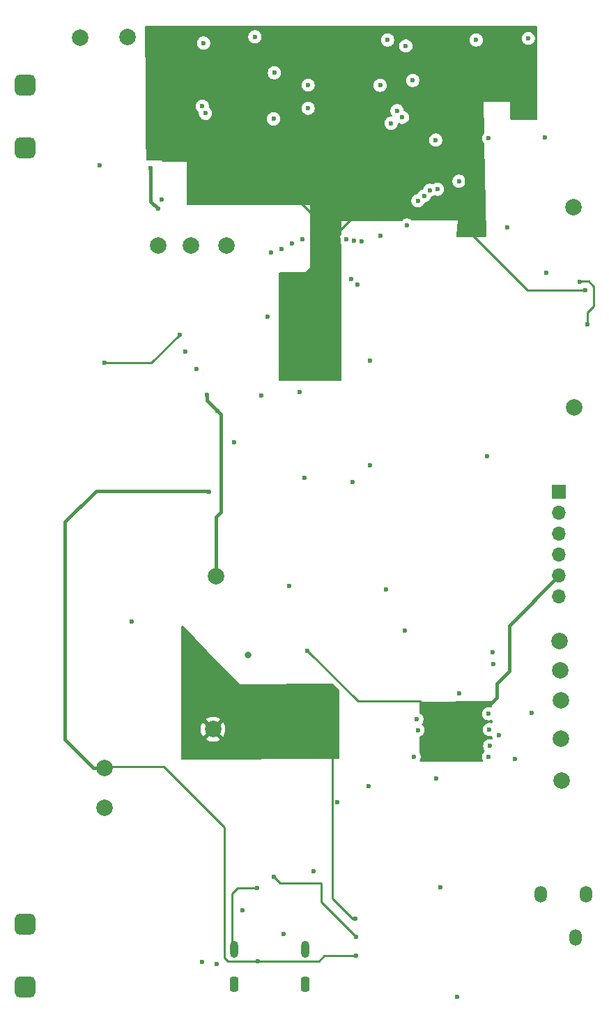
<source format=gbr>
%TF.GenerationSoftware,KiCad,Pcbnew,9.0.0*%
%TF.CreationDate,2025-04-11T15:06:13-04:00*%
%TF.ProjectId,Radiation3,52616469-6174-4696-9f6e-332e6b696361,rev?*%
%TF.SameCoordinates,Original*%
%TF.FileFunction,Copper,L3,Inr*%
%TF.FilePolarity,Positive*%
%FSLAX46Y46*%
G04 Gerber Fmt 4.6, Leading zero omitted, Abs format (unit mm)*
G04 Created by KiCad (PCBNEW 9.0.0) date 2025-04-11 15:06:13*
%MOMM*%
%LPD*%
G01*
G04 APERTURE LIST*
G04 Aperture macros list*
%AMRoundRect*
0 Rectangle with rounded corners*
0 $1 Rounding radius*
0 $2 $3 $4 $5 $6 $7 $8 $9 X,Y pos of 4 corners*
0 Add a 4 corners polygon primitive as box body*
4,1,4,$2,$3,$4,$5,$6,$7,$8,$9,$2,$3,0*
0 Add four circle primitives for the rounded corners*
1,1,$1+$1,$2,$3*
1,1,$1+$1,$4,$5*
1,1,$1+$1,$6,$7*
1,1,$1+$1,$8,$9*
0 Add four rect primitives between the rounded corners*
20,1,$1+$1,$2,$3,$4,$5,0*
20,1,$1+$1,$4,$5,$6,$7,0*
20,1,$1+$1,$6,$7,$8,$9,0*
20,1,$1+$1,$8,$9,$2,$3,0*%
G04 Aperture macros list end*
%TA.AperFunction,ComponentPad*%
%ADD10C,2.000000*%
%TD*%
%TA.AperFunction,ComponentPad*%
%ADD11RoundRect,0.635000X-0.635000X-0.635000X0.635000X-0.635000X0.635000X0.635000X-0.635000X0.635000X0*%
%TD*%
%TA.AperFunction,ComponentPad*%
%ADD12RoundRect,0.635000X0.635000X0.635000X-0.635000X0.635000X-0.635000X-0.635000X0.635000X-0.635000X0*%
%TD*%
%TA.AperFunction,ComponentPad*%
%ADD13O,1.498600X2.006600*%
%TD*%
%TA.AperFunction,ComponentPad*%
%ADD14O,1.000000X2.100000*%
%TD*%
%TA.AperFunction,ComponentPad*%
%ADD15RoundRect,0.250000X-0.250000X-0.650000X0.250000X-0.650000X0.250000X0.650000X-0.250000X0.650000X0*%
%TD*%
%TA.AperFunction,ComponentPad*%
%ADD16R,1.700000X1.700000*%
%TD*%
%TA.AperFunction,ComponentPad*%
%ADD17O,1.700000X1.700000*%
%TD*%
%TA.AperFunction,ViaPad*%
%ADD18C,0.600000*%
%TD*%
%TA.AperFunction,ViaPad*%
%ADD19C,0.700000*%
%TD*%
%TA.AperFunction,ViaPad*%
%ADD20C,0.800000*%
%TD*%
%TA.AperFunction,Conductor*%
%ADD21C,0.254000*%
%TD*%
%TA.AperFunction,Conductor*%
%ADD22C,0.400000*%
%TD*%
%TA.AperFunction,Conductor*%
%ADD23C,0.600000*%
%TD*%
G04 APERTURE END LIST*
D10*
%TO.N,/Audio3/OUTL*%
%TO.C,OUTL1*%
X105925000Y-159450000D03*
%TD*%
%TO.N,GND*%
%TO.C,GND1*%
X50400000Y-162675000D03*
%TD*%
%TO.N,+5V*%
%TO.C,5V1*%
X63550000Y-153175000D03*
%TD*%
D11*
%TO.N,/Power3/ANODE*%
%TO.C,F1*%
X40700000Y-184477500D03*
X40700000Y-176857500D03*
D12*
%TO.N,/Power3/CATHODE*%
X40695000Y-82582500D03*
X40695000Y-74962500D03*
%TD*%
D10*
%TO.N,/I2S_LRCK*%
%TO.C,LRCK1*%
X105700000Y-146075000D03*
%TD*%
%TO.N,Net-(Q1-D)*%
%TO.C,DRAIN1*%
X65150000Y-94500000D03*
%TD*%
D13*
%TO.N,AGND*%
%TO.C,J2*%
X107600000Y-178490435D03*
%TO.N,/Audio3/OUTL*%
X103349818Y-173190433D03*
%TO.N,/Audio3/OUTR*%
X108849817Y-173190433D03*
%TD*%
D10*
%TO.N,VBUS*%
%TO.C,VBUS1*%
X50400000Y-157850000D03*
%TD*%
%TO.N,/Audio3/OUTR*%
%TO.C,OUTR1*%
X105825000Y-154350000D03*
%TD*%
%TO.N,/Power3/CATHODE*%
%TO.C,HIV-1*%
X47425000Y-69250000D03*
%TD*%
%TO.N,/I2S_DOUT*%
%TO.C,DOUT1*%
X105650000Y-142500000D03*
%TD*%
%TO.N,GND*%
%TO.C,GND3*%
X107450000Y-114125000D03*
%TD*%
%TO.N,/I2S_BCK*%
%TO.C,BCK1*%
X105800000Y-149675000D03*
%TD*%
%TO.N,Net-(D1-A)*%
%TO.C,STG1*%
X60900000Y-94500000D03*
%TD*%
%TO.N,+3.3V*%
%TO.C,+3.3V1*%
X63900000Y-134625000D03*
%TD*%
D14*
%TO.N,/MCU3/SHELL_GND*%
%TO.C,J1*%
X66080000Y-179920000D03*
X74720000Y-179920000D03*
D15*
X66080000Y-184100000D03*
X74720000Y-184100000D03*
%TD*%
D10*
%TO.N,Net-(Q1-G)*%
%TO.C,PWM1*%
X53175000Y-69150000D03*
%TD*%
%TO.N,GND*%
%TO.C,GND2*%
X107300000Y-89800000D03*
%TD*%
D16*
%TO.N,/CS*%
%TO.C,J4*%
X105600000Y-124380000D03*
D17*
%TO.N,/MOSI*%
X105600000Y-126920000D03*
%TO.N,/MISO*%
X105600000Y-129460000D03*
%TO.N,/SCK*%
X105600000Y-132000000D03*
%TO.N,+3.3V*%
X105600000Y-134540000D03*
%TO.N,GND*%
X105600000Y-137080000D03*
%TD*%
D10*
%TO.N,Net-(D1-K)*%
%TO.C,HIV+1*%
X56900000Y-94500000D03*
%TD*%
D18*
%TO.N,Net-(U5-VNEG)*%
X90675000Y-159200000D03*
X88425000Y-153275000D03*
%TO.N,/EN*%
X86975000Y-70250000D03*
X68637500Y-69137500D03*
%TO.N,+5V*%
X76362500Y-149337500D03*
X61725000Y-145475000D03*
%TO.N,/GPIO0*%
X93425000Y-86650000D03*
X87125000Y-92000000D03*
%TO.N,/CS*%
X96825000Y-120000000D03*
%TO.N,/BLINK*%
X80525000Y-123175000D03*
X82600000Y-121175000D03*
X90800000Y-87625000D03*
X90600000Y-81675000D03*
%TO.N,/GPIO42*%
X83850000Y-75030000D03*
%TO.N,/GPIO38*%
X85175000Y-79625000D03*
X88450000Y-89025000D03*
%TO.N,+3.3V*%
X62800000Y-112625000D03*
X64075000Y-114550000D03*
%TO.N,GND*%
X66150000Y-118325000D03*
%TO.N,/GPIO39*%
X89200000Y-88450000D03*
X86550000Y-78900000D03*
%TO.N,/GPIO40*%
X85900000Y-78100000D03*
X89875000Y-87750000D03*
%TO.N,/GPIO16*%
X82625000Y-108425000D03*
X81125000Y-99250000D03*
X79700000Y-93725000D03*
D19*
%TO.N,+3.3V*%
X73300000Y-99475000D03*
D18*
%TO.N,/RAD_IN2*%
X81600000Y-93975000D03*
%TO.N,/GPIO42*%
X83850000Y-93250000D03*
%TO.N,/GPIO16*%
X62625000Y-78425000D03*
%TO.N,/RAD_IN2*%
X62250000Y-77575000D03*
%TO.N,+3.3V*%
X95300000Y-76675000D03*
X101400000Y-78550000D03*
%TO.N,/MUTE*%
X97550000Y-143800000D03*
%TO.N,+3.3V*%
X92625000Y-155225000D03*
X97100000Y-150250000D03*
X75025000Y-143675000D03*
X89000000Y-150125000D03*
%TO.N,/Audio3/OUTL*%
X93425000Y-148825000D03*
%TO.N,/I2S_DOUT*%
X100225000Y-156825000D03*
%TO.N,/I2S_BCK*%
X97162500Y-155212500D03*
%TO.N,/I2S_LRCK*%
X98250000Y-153900000D03*
%TO.N,/CS*%
X82450000Y-160075000D03*
X78675000Y-162075000D03*
%TO.N,AGND*%
X87975000Y-156525000D03*
X88325000Y-151975000D03*
X97025000Y-156525000D03*
X97125000Y-153225000D03*
X102250000Y-151225000D03*
X97050000Y-151300000D03*
X97637500Y-145237500D03*
%TO.N,GND*%
X84525000Y-136250000D03*
%TO.N,AGND*%
X86875000Y-141175000D03*
%TO.N,+5V*%
X74800000Y-150900000D03*
%TO.N,+3.3V*%
X70975000Y-171075000D03*
%TO.N,VBUS*%
X69000000Y-181300000D03*
X80900000Y-180700000D03*
%TO.N,+3.3V*%
X80925000Y-178400000D03*
%TO.N,+5V*%
X80875000Y-176200000D03*
%TO.N,Net-(J1-CC2)*%
X64000000Y-181675000D03*
X72150000Y-178075000D03*
%TO.N,GND*%
X62187500Y-181387500D03*
D20*
X67800000Y-144175000D03*
D18*
X74650000Y-122675000D03*
X93200000Y-185700000D03*
X91200000Y-172325000D03*
X101850000Y-69325000D03*
X75100000Y-77800000D03*
X61575000Y-109450000D03*
X49775000Y-84750000D03*
X72773100Y-135776900D03*
X70900000Y-79100000D03*
X75100000Y-75000000D03*
X103850000Y-81350000D03*
X75800000Y-170450000D03*
X84750000Y-69525000D03*
X69375000Y-112700000D03*
X62400000Y-69900000D03*
X97050000Y-81475000D03*
X57325000Y-88875000D03*
X67087500Y-175150000D03*
X71000000Y-73500000D03*
X80650000Y-93850000D03*
X104075000Y-97750000D03*
X99262500Y-92287500D03*
X70200000Y-103100000D03*
X95525000Y-69525000D03*
%TO.N,Net-(Q1-D)*%
X53700000Y-140075000D03*
%TO.N,/MCU3/SHELL_GND*%
X68912500Y-172462500D03*
%TO.N,Net-(Q1-G)*%
X87800000Y-74425000D03*
%TO.N,/MOSI*%
X71895000Y-94900000D03*
%TO.N,/MUTE*%
X80300000Y-98525000D03*
%TO.N,Net-(C3-Pad2)*%
X50350000Y-108700000D03*
X59475000Y-105275000D03*
%TO.N,/MISO*%
X74435000Y-93675000D03*
%TO.N,/CS*%
X70625000Y-95300000D03*
%TO.N,/SCK*%
X109025000Y-104050000D03*
X73165000Y-94200000D03*
X108085000Y-98840000D03*
%TO.N,+3.3V*%
X56800000Y-83500000D03*
X94300000Y-92300000D03*
X62700000Y-71000000D03*
X108775000Y-99925000D03*
D19*
X78700000Y-93675000D03*
D18*
%TO.N,VBUS*%
X63066400Y-124333600D03*
X55950000Y-85050000D03*
X56850000Y-90025000D03*
%TO.N,/RAD_IN*%
X60175000Y-107300000D03*
X74100000Y-112225000D03*
%TD*%
D21*
%TO.N,+3.3V*%
X94225000Y-92025000D02*
X94225000Y-90900000D01*
X78700000Y-93675000D02*
X78700000Y-92875000D01*
X78700000Y-92875000D02*
X80675000Y-90900000D01*
X80675000Y-90900000D02*
X94225000Y-90900000D01*
D22*
X62800000Y-112625000D02*
X62800000Y-113250000D01*
X62800000Y-113250000D02*
X64075000Y-114525000D01*
X64075000Y-114525000D02*
X64075000Y-114550000D01*
X63900000Y-134625000D02*
X63900000Y-127400000D01*
X63900000Y-127400000D02*
X64475000Y-126825000D01*
X64475000Y-126825000D02*
X64475000Y-114950000D01*
X64475000Y-114950000D02*
X64075000Y-114550000D01*
%TO.N,VBUS*%
X49025000Y-157850000D02*
X45575000Y-154400000D01*
X45575000Y-128025000D02*
X49325000Y-124275000D01*
X45575000Y-154400000D02*
X45575000Y-128025000D01*
X50400000Y-157850000D02*
X49025000Y-157850000D01*
X49325000Y-124275000D02*
X63007800Y-124275000D01*
X63007800Y-124275000D02*
X63066400Y-124333600D01*
D21*
%TO.N,+3.3V*%
X78700000Y-93675000D02*
X78625000Y-93675000D01*
X78625000Y-93675000D02*
X73375000Y-88425000D01*
X73375000Y-88425000D02*
X64875000Y-88425000D01*
X64875000Y-88425000D02*
X60600000Y-84150000D01*
X60600000Y-84150000D02*
X57450000Y-84150000D01*
X57450000Y-84150000D02*
X56800000Y-83500000D01*
D23*
X78700000Y-93675000D02*
X78700000Y-94075000D01*
X78700000Y-94075000D02*
X73300000Y-99475000D01*
D21*
X94300000Y-92300000D02*
X94300000Y-92100000D01*
X94300000Y-92300000D02*
X94300000Y-92450000D01*
X94225000Y-90900000D02*
X94225000Y-77750000D01*
X94225000Y-77750000D02*
X95300000Y-76675000D01*
X94300000Y-92100000D02*
X94225000Y-92025000D01*
X94300000Y-92450000D02*
X101775000Y-99925000D01*
X101775000Y-99925000D02*
X108775000Y-99925000D01*
X95300000Y-76675000D02*
X99525000Y-76675000D01*
X99525000Y-76675000D02*
X101400000Y-78550000D01*
D22*
X105600000Y-134540000D02*
X99550000Y-140590000D01*
X99550000Y-146100000D02*
X98025000Y-147625000D01*
X99550000Y-140590000D02*
X99550000Y-146100000D01*
X98025000Y-147625000D02*
X98025000Y-149325000D01*
X98025000Y-149325000D02*
X97100000Y-150250000D01*
D21*
X89000000Y-150125000D02*
X88675000Y-149800000D01*
X81150000Y-149800000D02*
X75025000Y-143675000D01*
X88675000Y-149800000D02*
X81150000Y-149800000D01*
%TO.N,+5V*%
X78025000Y-154125000D02*
X78025000Y-173725000D01*
X80500000Y-176200000D02*
X80875000Y-176200000D01*
X74800000Y-150900000D02*
X78025000Y-154125000D01*
X78025000Y-173725000D02*
X80500000Y-176200000D01*
%TO.N,+3.3V*%
X71725000Y-171825000D02*
X70975000Y-171075000D01*
X76675000Y-171825000D02*
X71725000Y-171825000D01*
X80925000Y-178400000D02*
X76675000Y-174150000D01*
X76675000Y-174150000D02*
X76675000Y-171825000D01*
%TO.N,VBUS*%
X69000000Y-181300000D02*
X76425000Y-181300000D01*
X76425000Y-181300000D02*
X77025000Y-180700000D01*
X77025000Y-180700000D02*
X80900000Y-180700000D01*
X57550000Y-157700000D02*
X50550000Y-157700000D01*
X69000000Y-181300000D02*
X65325000Y-181300000D01*
X65325000Y-181300000D02*
X64925000Y-180900000D01*
X50550000Y-157700000D02*
X50400000Y-157850000D01*
X64925000Y-180900000D02*
X64925000Y-165075000D01*
X64925000Y-165075000D02*
X57550000Y-157700000D01*
%TO.N,/MCU3/SHELL_GND*%
X65825000Y-173137500D02*
X66500000Y-172462500D01*
X66500000Y-172462500D02*
X68912500Y-172462500D01*
X65825000Y-179665000D02*
X65825000Y-173137500D01*
X66080000Y-179920000D02*
X65825000Y-179665000D01*
%TO.N,Net-(C3-Pad2)*%
X50350000Y-108700000D02*
X56050000Y-108700000D01*
X56050000Y-108700000D02*
X59475000Y-105275000D01*
%TO.N,/SCK*%
X109025000Y-102600000D02*
X109025000Y-104050000D01*
X108100000Y-98825000D02*
X109175000Y-98825000D01*
X109825000Y-99475000D02*
X109825000Y-101800000D01*
X109175000Y-98825000D02*
X109825000Y-99475000D01*
X109825000Y-101800000D02*
X109025000Y-102600000D01*
X108085000Y-98840000D02*
X108100000Y-98825000D01*
%TO.N,+3.3V*%
X60900000Y-72800000D02*
X60900000Y-77800000D01*
X62700000Y-71000000D02*
X60900000Y-72800000D01*
X56800000Y-81900000D02*
X56800000Y-83500000D01*
X60900000Y-77800000D02*
X56800000Y-81900000D01*
D22*
%TO.N,VBUS*%
X55950000Y-89125000D02*
X56850000Y-90025000D01*
X55950000Y-85050000D02*
X55950000Y-89125000D01*
%TD*%
%TA.AperFunction,Conductor*%
%TO.N,+3.3V*%
G36*
X102868039Y-67820185D02*
G01*
X102913794Y-67872989D01*
X102925000Y-67924500D01*
X102925000Y-79077893D01*
X102905315Y-79144932D01*
X102852511Y-79190687D01*
X102802907Y-79201878D01*
X99798205Y-79248104D01*
X99730871Y-79229453D01*
X99684309Y-79177359D01*
X99672327Y-79126808D01*
X99672064Y-79114707D01*
X99627273Y-77050000D01*
X96385737Y-77050000D01*
X96476360Y-80862217D01*
X96458274Y-80929705D01*
X96440079Y-80952843D01*
X96428208Y-80964714D01*
X96340609Y-81095814D01*
X96340602Y-81095827D01*
X96280264Y-81241498D01*
X96280261Y-81241510D01*
X96249500Y-81396153D01*
X96249500Y-81553846D01*
X96280261Y-81708489D01*
X96280264Y-81708501D01*
X96340602Y-81854172D01*
X96340609Y-81854185D01*
X96428210Y-81985288D01*
X96428213Y-81985292D01*
X96469775Y-82026854D01*
X96503260Y-82088177D01*
X96506059Y-82111588D01*
X96772002Y-93298919D01*
X96753916Y-93366407D01*
X96702214Y-93413404D01*
X96648886Y-93425863D01*
X93261107Y-93449067D01*
X93193935Y-93429842D01*
X93147819Y-93377353D01*
X93136718Y-93314397D01*
X93300000Y-91425000D01*
X93299998Y-91425000D01*
X93299999Y-91424999D01*
X87771698Y-91462416D01*
X87704527Y-91443186D01*
X87683177Y-91426099D01*
X87635292Y-91378213D01*
X87635288Y-91378210D01*
X87504185Y-91290609D01*
X87504172Y-91290602D01*
X87358501Y-91230264D01*
X87358489Y-91230261D01*
X87203845Y-91199500D01*
X87203842Y-91199500D01*
X87046158Y-91199500D01*
X87046155Y-91199500D01*
X86891510Y-91230261D01*
X86891498Y-91230264D01*
X86745827Y-91290602D01*
X86745814Y-91290609D01*
X86614714Y-91378208D01*
X86558017Y-91434904D01*
X86496693Y-91468388D01*
X86471176Y-91471218D01*
X79175000Y-91520601D01*
X79175000Y-93066559D01*
X79155315Y-93133598D01*
X79138681Y-93154240D01*
X79078213Y-93214707D01*
X79078210Y-93214711D01*
X78990609Y-93345814D01*
X78990602Y-93345827D01*
X78930264Y-93491498D01*
X78930261Y-93491510D01*
X78899500Y-93646153D01*
X78899500Y-93803846D01*
X78930261Y-93958489D01*
X78930264Y-93958501D01*
X78990602Y-94104172D01*
X78990609Y-94104185D01*
X79078209Y-94235287D01*
X79078210Y-94235288D01*
X79078211Y-94235289D01*
X79138682Y-94295760D01*
X79172166Y-94357081D01*
X79175000Y-94383440D01*
X79175000Y-110776000D01*
X79155315Y-110843039D01*
X79102511Y-110888794D01*
X79051000Y-110900000D01*
X71674000Y-110900000D01*
X71606961Y-110880315D01*
X71561206Y-110827511D01*
X71550000Y-110776000D01*
X71550000Y-97849000D01*
X71569685Y-97781961D01*
X71622489Y-97736206D01*
X71674000Y-97725000D01*
X75300000Y-97725000D01*
X75300000Y-89575000D01*
X60498435Y-89575000D01*
X60431396Y-89555315D01*
X60385641Y-89502511D01*
X60374436Y-89451566D01*
X60373604Y-89269425D01*
X60372128Y-88946153D01*
X87649500Y-88946153D01*
X87649500Y-89103846D01*
X87680261Y-89258489D01*
X87680264Y-89258501D01*
X87740602Y-89404172D01*
X87740609Y-89404185D01*
X87828210Y-89535288D01*
X87828213Y-89535292D01*
X87939707Y-89646786D01*
X87939711Y-89646789D01*
X88070814Y-89734390D01*
X88070827Y-89734397D01*
X88208695Y-89791503D01*
X88216503Y-89794737D01*
X88371153Y-89825499D01*
X88371156Y-89825500D01*
X88371158Y-89825500D01*
X88528844Y-89825500D01*
X88528845Y-89825499D01*
X88683497Y-89794737D01*
X88829179Y-89734394D01*
X88960289Y-89646789D01*
X89071789Y-89535289D01*
X89159394Y-89404179D01*
X89159397Y-89404172D01*
X89192676Y-89323829D01*
X89236516Y-89269425D01*
X89283046Y-89249664D01*
X89325601Y-89241198D01*
X89433497Y-89219737D01*
X89579179Y-89159394D01*
X89710289Y-89071789D01*
X89821789Y-88960289D01*
X89909394Y-88829179D01*
X89969737Y-88683497D01*
X89981772Y-88622989D01*
X90014156Y-88561081D01*
X90074871Y-88526506D01*
X90079173Y-88525569D01*
X90108497Y-88519737D01*
X90254179Y-88459394D01*
X90378327Y-88376440D01*
X90445003Y-88355563D01*
X90494665Y-88364981D01*
X90566503Y-88394737D01*
X90721153Y-88425499D01*
X90721156Y-88425500D01*
X90721158Y-88425500D01*
X90878844Y-88425500D01*
X90878845Y-88425499D01*
X91033497Y-88394737D01*
X91179179Y-88334394D01*
X91310289Y-88246789D01*
X91421789Y-88135289D01*
X91509394Y-88004179D01*
X91569737Y-87858497D01*
X91600500Y-87703842D01*
X91600500Y-87546158D01*
X91600500Y-87546155D01*
X91600499Y-87546153D01*
X91575353Y-87419737D01*
X91569737Y-87391503D01*
X91561170Y-87370821D01*
X91509397Y-87245827D01*
X91509390Y-87245814D01*
X91421789Y-87114711D01*
X91421786Y-87114707D01*
X91310292Y-87003213D01*
X91310288Y-87003210D01*
X91179185Y-86915609D01*
X91179172Y-86915602D01*
X91033501Y-86855264D01*
X91033489Y-86855261D01*
X90878845Y-86824500D01*
X90878842Y-86824500D01*
X90721158Y-86824500D01*
X90721155Y-86824500D01*
X90566510Y-86855261D01*
X90566498Y-86855264D01*
X90420827Y-86915602D01*
X90420814Y-86915609D01*
X90296674Y-86998558D01*
X90229996Y-87019436D01*
X90180331Y-87010017D01*
X90108498Y-86980263D01*
X90108488Y-86980260D01*
X89953845Y-86949500D01*
X89953842Y-86949500D01*
X89796158Y-86949500D01*
X89796155Y-86949500D01*
X89641510Y-86980261D01*
X89641498Y-86980264D01*
X89495827Y-87040602D01*
X89495814Y-87040609D01*
X89364711Y-87128210D01*
X89364707Y-87128213D01*
X89253213Y-87239707D01*
X89253210Y-87239711D01*
X89165609Y-87370814D01*
X89165602Y-87370827D01*
X89105264Y-87516498D01*
X89105261Y-87516508D01*
X89093227Y-87577009D01*
X89060842Y-87638920D01*
X89000126Y-87673494D01*
X88995804Y-87674434D01*
X88966505Y-87680262D01*
X88966498Y-87680264D01*
X88820827Y-87740602D01*
X88820814Y-87740609D01*
X88689711Y-87828210D01*
X88689707Y-87828213D01*
X88578213Y-87939707D01*
X88578210Y-87939711D01*
X88490609Y-88070814D01*
X88490606Y-88070820D01*
X88457323Y-88151172D01*
X88413481Y-88205575D01*
X88366954Y-88225335D01*
X88216508Y-88255261D01*
X88216498Y-88255264D01*
X88070827Y-88315602D01*
X88070814Y-88315609D01*
X87939711Y-88403210D01*
X87939707Y-88403213D01*
X87828213Y-88514707D01*
X87828210Y-88514711D01*
X87740609Y-88645814D01*
X87740602Y-88645827D01*
X87680264Y-88791498D01*
X87680261Y-88791510D01*
X87649500Y-88946153D01*
X60372128Y-88946153D01*
X60361284Y-86571153D01*
X92624500Y-86571153D01*
X92624500Y-86728846D01*
X92655261Y-86883489D01*
X92655264Y-86883501D01*
X92715602Y-87029172D01*
X92715609Y-87029185D01*
X92803210Y-87160288D01*
X92803213Y-87160292D01*
X92914707Y-87271786D01*
X92914711Y-87271789D01*
X93045814Y-87359390D01*
X93045827Y-87359397D01*
X93123356Y-87391510D01*
X93191503Y-87419737D01*
X93346153Y-87450499D01*
X93346156Y-87450500D01*
X93346158Y-87450500D01*
X93503844Y-87450500D01*
X93503845Y-87450499D01*
X93658497Y-87419737D01*
X93776592Y-87370821D01*
X93804172Y-87359397D01*
X93804172Y-87359396D01*
X93804179Y-87359394D01*
X93935289Y-87271789D01*
X94046789Y-87160289D01*
X94134394Y-87029179D01*
X94194737Y-86883497D01*
X94225500Y-86728842D01*
X94225500Y-86571158D01*
X94225500Y-86571155D01*
X94225499Y-86571153D01*
X94194738Y-86416510D01*
X94194737Y-86416503D01*
X94194735Y-86416498D01*
X94134397Y-86270827D01*
X94134390Y-86270814D01*
X94046789Y-86139711D01*
X94046786Y-86139707D01*
X93935292Y-86028213D01*
X93935288Y-86028210D01*
X93804185Y-85940609D01*
X93804172Y-85940602D01*
X93658501Y-85880264D01*
X93658489Y-85880261D01*
X93503845Y-85849500D01*
X93503842Y-85849500D01*
X93346158Y-85849500D01*
X93346155Y-85849500D01*
X93191510Y-85880261D01*
X93191498Y-85880264D01*
X93045827Y-85940602D01*
X93045814Y-85940609D01*
X92914711Y-86028210D01*
X92914707Y-86028213D01*
X92803213Y-86139707D01*
X92803210Y-86139711D01*
X92715609Y-86270814D01*
X92715602Y-86270827D01*
X92655264Y-86416498D01*
X92655261Y-86416510D01*
X92624500Y-86571153D01*
X60361284Y-86571153D01*
X60350000Y-84100000D01*
X60349999Y-84100000D01*
X60349999Y-84099999D01*
X55523691Y-84124375D01*
X55456553Y-84105030D01*
X55410532Y-84052457D01*
X55399070Y-84001313D01*
X55380986Y-81596153D01*
X89799500Y-81596153D01*
X89799500Y-81753846D01*
X89830261Y-81908489D01*
X89830264Y-81908501D01*
X89890602Y-82054172D01*
X89890609Y-82054185D01*
X89978210Y-82185288D01*
X89978213Y-82185292D01*
X90089707Y-82296786D01*
X90089711Y-82296789D01*
X90220814Y-82384390D01*
X90220827Y-82384397D01*
X90366498Y-82444735D01*
X90366503Y-82444737D01*
X90521153Y-82475499D01*
X90521156Y-82475500D01*
X90521158Y-82475500D01*
X90678844Y-82475500D01*
X90678845Y-82475499D01*
X90833497Y-82444737D01*
X90979179Y-82384394D01*
X91110289Y-82296789D01*
X91221789Y-82185289D01*
X91309394Y-82054179D01*
X91369737Y-81908497D01*
X91400500Y-81753842D01*
X91400500Y-81596158D01*
X91400500Y-81596155D01*
X91400499Y-81596153D01*
X91369737Y-81441503D01*
X91350953Y-81396153D01*
X91309397Y-81295827D01*
X91309390Y-81295814D01*
X91221789Y-81164711D01*
X91221786Y-81164707D01*
X91110292Y-81053213D01*
X91110288Y-81053210D01*
X90979185Y-80965609D01*
X90979172Y-80965602D01*
X90833501Y-80905264D01*
X90833489Y-80905261D01*
X90678845Y-80874500D01*
X90678842Y-80874500D01*
X90521158Y-80874500D01*
X90521155Y-80874500D01*
X90366510Y-80905261D01*
X90366498Y-80905264D01*
X90220827Y-80965602D01*
X90220814Y-80965609D01*
X90089711Y-81053210D01*
X90089707Y-81053213D01*
X89978213Y-81164707D01*
X89978210Y-81164711D01*
X89890609Y-81295814D01*
X89890602Y-81295827D01*
X89830264Y-81441498D01*
X89830261Y-81441510D01*
X89799500Y-81596153D01*
X55380986Y-81596153D01*
X55350159Y-77496153D01*
X61449500Y-77496153D01*
X61449500Y-77653846D01*
X61480261Y-77808489D01*
X61480264Y-77808501D01*
X61540602Y-77954172D01*
X61540609Y-77954185D01*
X61628210Y-78085288D01*
X61628213Y-78085292D01*
X61739707Y-78196786D01*
X61739711Y-78196789D01*
X61771887Y-78218289D01*
X61816692Y-78271902D01*
X61825399Y-78341227D01*
X61824617Y-78345563D01*
X61824501Y-78346146D01*
X61824500Y-78346157D01*
X61824500Y-78503846D01*
X61855261Y-78658489D01*
X61855264Y-78658501D01*
X61915602Y-78804172D01*
X61915609Y-78804185D01*
X62003210Y-78935288D01*
X62003213Y-78935292D01*
X62114707Y-79046786D01*
X62114711Y-79046789D01*
X62245814Y-79134390D01*
X62245827Y-79134397D01*
X62353138Y-79178846D01*
X62391503Y-79194737D01*
X62546153Y-79225499D01*
X62546156Y-79225500D01*
X62546158Y-79225500D01*
X62703844Y-79225500D01*
X62703845Y-79225499D01*
X62858497Y-79194737D01*
X63004179Y-79134394D01*
X63135289Y-79046789D01*
X63160925Y-79021153D01*
X70099500Y-79021153D01*
X70099500Y-79178846D01*
X70130261Y-79333489D01*
X70130264Y-79333501D01*
X70190602Y-79479172D01*
X70190609Y-79479185D01*
X70278210Y-79610288D01*
X70278213Y-79610292D01*
X70389707Y-79721786D01*
X70389711Y-79721789D01*
X70520814Y-79809390D01*
X70520827Y-79809397D01*
X70666498Y-79869735D01*
X70666503Y-79869737D01*
X70821153Y-79900499D01*
X70821156Y-79900500D01*
X70821158Y-79900500D01*
X70978844Y-79900500D01*
X70978845Y-79900499D01*
X71133497Y-79869737D01*
X71279179Y-79809394D01*
X71410289Y-79721789D01*
X71521789Y-79610289D01*
X71564643Y-79546153D01*
X84374500Y-79546153D01*
X84374500Y-79703846D01*
X84405261Y-79858489D01*
X84405264Y-79858501D01*
X84465602Y-80004172D01*
X84465609Y-80004185D01*
X84553210Y-80135288D01*
X84553213Y-80135292D01*
X84664707Y-80246786D01*
X84664711Y-80246789D01*
X84795814Y-80334390D01*
X84795827Y-80334397D01*
X84941498Y-80394735D01*
X84941503Y-80394737D01*
X85096153Y-80425499D01*
X85096156Y-80425500D01*
X85096158Y-80425500D01*
X85253844Y-80425500D01*
X85253845Y-80425499D01*
X85408497Y-80394737D01*
X85554179Y-80334394D01*
X85685289Y-80246789D01*
X85796789Y-80135289D01*
X85884394Y-80004179D01*
X85944737Y-79858497D01*
X85971931Y-79721786D01*
X85975500Y-79703844D01*
X85976010Y-79698666D01*
X86002168Y-79633877D01*
X86059201Y-79593516D01*
X86129001Y-79590397D01*
X86168302Y-79607712D01*
X86170811Y-79609388D01*
X86170815Y-79609390D01*
X86170821Y-79609394D01*
X86170823Y-79609395D01*
X86170827Y-79609397D01*
X86316498Y-79669735D01*
X86316503Y-79669737D01*
X86461938Y-79698666D01*
X86471153Y-79700499D01*
X86471156Y-79700500D01*
X86471158Y-79700500D01*
X86628844Y-79700500D01*
X86628845Y-79700499D01*
X86783497Y-79669737D01*
X86929179Y-79609394D01*
X87060289Y-79521789D01*
X87171789Y-79410289D01*
X87259394Y-79279179D01*
X87319737Y-79133497D01*
X87350500Y-78978842D01*
X87350500Y-78821158D01*
X87350500Y-78821155D01*
X87350499Y-78821153D01*
X87330543Y-78720827D01*
X87319737Y-78666503D01*
X87319735Y-78666498D01*
X87259397Y-78520827D01*
X87259390Y-78520814D01*
X87171789Y-78389711D01*
X87171786Y-78389707D01*
X87060292Y-78278213D01*
X87060288Y-78278210D01*
X86929185Y-78190609D01*
X86929172Y-78190602D01*
X86777870Y-78127932D01*
X86778858Y-78125545D01*
X86729826Y-78093374D01*
X86701403Y-78029547D01*
X86700898Y-78025206D01*
X86700500Y-78021167D01*
X86700500Y-78021158D01*
X86669737Y-77866503D01*
X86645712Y-77808501D01*
X86609397Y-77720827D01*
X86609390Y-77720814D01*
X86521789Y-77589711D01*
X86521786Y-77589707D01*
X86410292Y-77478213D01*
X86410288Y-77478210D01*
X86279185Y-77390609D01*
X86279172Y-77390602D01*
X86133501Y-77330264D01*
X86133489Y-77330261D01*
X85978845Y-77299500D01*
X85978842Y-77299500D01*
X85821158Y-77299500D01*
X85821155Y-77299500D01*
X85666510Y-77330261D01*
X85666498Y-77330264D01*
X85520827Y-77390602D01*
X85520814Y-77390609D01*
X85389711Y-77478210D01*
X85389707Y-77478213D01*
X85278213Y-77589707D01*
X85278210Y-77589711D01*
X85190609Y-77720814D01*
X85190602Y-77720827D01*
X85130264Y-77866498D01*
X85130261Y-77866510D01*
X85099500Y-78021153D01*
X85099500Y-78178846D01*
X85130261Y-78333489D01*
X85130264Y-78333501D01*
X85190602Y-78479172D01*
X85190609Y-78479185D01*
X85278210Y-78610288D01*
X85278213Y-78610292D01*
X85280740Y-78612819D01*
X85281640Y-78614468D01*
X85282076Y-78614999D01*
X85281975Y-78615081D01*
X85314225Y-78674142D01*
X85309241Y-78743834D01*
X85267369Y-78799767D01*
X85201905Y-78824184D01*
X85193059Y-78824500D01*
X85096155Y-78824500D01*
X84941510Y-78855261D01*
X84941498Y-78855264D01*
X84795827Y-78915602D01*
X84795814Y-78915609D01*
X84664711Y-79003210D01*
X84664707Y-79003213D01*
X84553213Y-79114707D01*
X84553210Y-79114711D01*
X84465609Y-79245814D01*
X84465602Y-79245827D01*
X84405264Y-79391498D01*
X84405261Y-79391510D01*
X84374500Y-79546153D01*
X71564643Y-79546153D01*
X71609394Y-79479179D01*
X71669737Y-79333497D01*
X71700500Y-79178842D01*
X71700500Y-79021158D01*
X71700500Y-79021155D01*
X71700499Y-79021153D01*
X71696930Y-79003210D01*
X71669737Y-78866503D01*
X71665081Y-78855263D01*
X71609397Y-78720827D01*
X71609390Y-78720814D01*
X71521789Y-78589711D01*
X71521786Y-78589707D01*
X71410292Y-78478213D01*
X71410288Y-78478210D01*
X71279185Y-78390609D01*
X71279172Y-78390602D01*
X71133501Y-78330264D01*
X71133489Y-78330261D01*
X70978845Y-78299500D01*
X70978842Y-78299500D01*
X70821158Y-78299500D01*
X70821155Y-78299500D01*
X70666510Y-78330261D01*
X70666498Y-78330264D01*
X70520827Y-78390602D01*
X70520814Y-78390609D01*
X70389711Y-78478210D01*
X70389707Y-78478213D01*
X70278213Y-78589707D01*
X70278210Y-78589711D01*
X70190609Y-78720814D01*
X70190602Y-78720827D01*
X70130264Y-78866498D01*
X70130261Y-78866510D01*
X70099500Y-79021153D01*
X63160925Y-79021153D01*
X63246789Y-78935289D01*
X63334394Y-78804179D01*
X63336222Y-78799767D01*
X63348067Y-78771166D01*
X63394737Y-78658497D01*
X63425500Y-78503842D01*
X63425500Y-78346158D01*
X63425500Y-78346157D01*
X63425500Y-78346155D01*
X63425499Y-78346153D01*
X63395788Y-78196789D01*
X63394737Y-78191503D01*
X63394367Y-78190609D01*
X63334397Y-78045827D01*
X63334390Y-78045814D01*
X63246789Y-77914711D01*
X63246786Y-77914707D01*
X63141860Y-77809781D01*
X63141856Y-77809778D01*
X63135289Y-77803211D01*
X63101273Y-77780482D01*
X63099425Y-77779148D01*
X63079331Y-77753255D01*
X63058307Y-77728097D01*
X63058016Y-77725787D01*
X63056590Y-77723949D01*
X63056341Y-77721153D01*
X74299500Y-77721153D01*
X74299500Y-77878846D01*
X74330261Y-78033489D01*
X74330264Y-78033501D01*
X74390602Y-78179172D01*
X74390609Y-78179185D01*
X74478210Y-78310288D01*
X74478213Y-78310292D01*
X74589707Y-78421786D01*
X74589711Y-78421789D01*
X74720814Y-78509390D01*
X74720827Y-78509397D01*
X74866498Y-78569735D01*
X74866503Y-78569737D01*
X75021153Y-78600499D01*
X75021156Y-78600500D01*
X75021158Y-78600500D01*
X75178844Y-78600500D01*
X75178845Y-78600499D01*
X75333497Y-78569737D01*
X75451592Y-78520821D01*
X75479172Y-78509397D01*
X75479172Y-78509396D01*
X75479179Y-78509394D01*
X75610289Y-78421789D01*
X75721789Y-78310289D01*
X75809394Y-78179179D01*
X75869737Y-78033497D01*
X75900500Y-77878842D01*
X75900500Y-77721158D01*
X75900500Y-77721155D01*
X75900499Y-77721153D01*
X75874353Y-77589711D01*
X75869737Y-77566503D01*
X75869735Y-77566498D01*
X75809397Y-77420827D01*
X75809390Y-77420814D01*
X75721789Y-77289711D01*
X75721786Y-77289707D01*
X75610292Y-77178213D01*
X75610288Y-77178210D01*
X75479185Y-77090609D01*
X75479172Y-77090602D01*
X75333501Y-77030264D01*
X75333489Y-77030261D01*
X75178845Y-76999500D01*
X75178842Y-76999500D01*
X75021158Y-76999500D01*
X75021155Y-76999500D01*
X74866510Y-77030261D01*
X74866498Y-77030264D01*
X74720827Y-77090602D01*
X74720814Y-77090609D01*
X74589711Y-77178210D01*
X74589707Y-77178213D01*
X74478213Y-77289707D01*
X74478210Y-77289711D01*
X74390609Y-77420814D01*
X74390602Y-77420827D01*
X74330264Y-77566498D01*
X74330261Y-77566510D01*
X74299500Y-77721153D01*
X63056341Y-77721153D01*
X63053684Y-77691291D01*
X63049600Y-77658771D01*
X63050387Y-77654411D01*
X63050500Y-77653843D01*
X63050500Y-77496155D01*
X63050499Y-77496153D01*
X63046930Y-77478210D01*
X63019737Y-77341503D01*
X63015081Y-77330263D01*
X62959397Y-77195827D01*
X62959390Y-77195814D01*
X62871789Y-77064711D01*
X62871786Y-77064707D01*
X62760292Y-76953213D01*
X62760288Y-76953210D01*
X62629185Y-76865609D01*
X62629172Y-76865602D01*
X62483501Y-76805264D01*
X62483489Y-76805261D01*
X62328845Y-76774500D01*
X62328842Y-76774500D01*
X62171158Y-76774500D01*
X62171155Y-76774500D01*
X62016510Y-76805261D01*
X62016498Y-76805264D01*
X61870827Y-76865602D01*
X61870814Y-76865609D01*
X61739711Y-76953210D01*
X61739707Y-76953213D01*
X61628213Y-77064707D01*
X61628210Y-77064711D01*
X61540609Y-77195814D01*
X61540602Y-77195827D01*
X61480264Y-77341498D01*
X61480261Y-77341510D01*
X61449500Y-77496153D01*
X55350159Y-77496153D01*
X55330798Y-74921153D01*
X74299500Y-74921153D01*
X74299500Y-75078846D01*
X74330261Y-75233489D01*
X74330264Y-75233501D01*
X74390602Y-75379172D01*
X74390609Y-75379185D01*
X74478210Y-75510288D01*
X74478213Y-75510292D01*
X74589707Y-75621786D01*
X74589711Y-75621789D01*
X74720814Y-75709390D01*
X74720827Y-75709397D01*
X74866498Y-75769735D01*
X74866503Y-75769737D01*
X75017312Y-75799735D01*
X75021153Y-75800499D01*
X75021156Y-75800500D01*
X75021158Y-75800500D01*
X75178844Y-75800500D01*
X75178845Y-75800499D01*
X75333497Y-75769737D01*
X75479179Y-75709394D01*
X75610289Y-75621789D01*
X75721789Y-75510289D01*
X75809394Y-75379179D01*
X75869737Y-75233497D01*
X75900500Y-75078842D01*
X75900500Y-74951153D01*
X83049500Y-74951153D01*
X83049500Y-75108846D01*
X83080261Y-75263489D01*
X83080264Y-75263501D01*
X83140602Y-75409172D01*
X83140609Y-75409185D01*
X83228210Y-75540288D01*
X83228213Y-75540292D01*
X83339707Y-75651786D01*
X83339711Y-75651789D01*
X83470814Y-75739390D01*
X83470827Y-75739397D01*
X83544078Y-75769738D01*
X83616503Y-75799737D01*
X83771153Y-75830499D01*
X83771156Y-75830500D01*
X83771158Y-75830500D01*
X83928844Y-75830500D01*
X83928845Y-75830499D01*
X84083497Y-75799737D01*
X84229179Y-75739394D01*
X84360289Y-75651789D01*
X84471789Y-75540289D01*
X84559394Y-75409179D01*
X84619737Y-75263497D01*
X84650500Y-75108842D01*
X84650500Y-74951158D01*
X84650500Y-74951155D01*
X84650499Y-74951153D01*
X84621265Y-74804185D01*
X84619737Y-74796503D01*
X84607309Y-74766498D01*
X84559397Y-74650827D01*
X84559390Y-74650814D01*
X84471789Y-74519711D01*
X84471786Y-74519707D01*
X84360292Y-74408213D01*
X84360288Y-74408210D01*
X84267414Y-74346153D01*
X86999500Y-74346153D01*
X86999500Y-74503846D01*
X87030261Y-74658489D01*
X87030264Y-74658501D01*
X87090602Y-74804172D01*
X87090609Y-74804185D01*
X87178210Y-74935288D01*
X87178213Y-74935292D01*
X87289707Y-75046786D01*
X87289711Y-75046789D01*
X87420814Y-75134390D01*
X87420827Y-75134397D01*
X87566498Y-75194735D01*
X87566503Y-75194737D01*
X87721153Y-75225499D01*
X87721156Y-75225500D01*
X87721158Y-75225500D01*
X87878844Y-75225500D01*
X87878845Y-75225499D01*
X88033497Y-75194737D01*
X88179179Y-75134394D01*
X88310289Y-75046789D01*
X88421789Y-74935289D01*
X88509394Y-74804179D01*
X88512574Y-74796503D01*
X88569735Y-74658501D01*
X88569737Y-74658497D01*
X88600500Y-74503842D01*
X88600500Y-74346158D01*
X88600500Y-74346155D01*
X88600499Y-74346153D01*
X88595417Y-74320606D01*
X88569737Y-74191503D01*
X88540861Y-74121789D01*
X88509397Y-74045827D01*
X88509390Y-74045814D01*
X88421789Y-73914711D01*
X88421786Y-73914707D01*
X88310292Y-73803213D01*
X88310288Y-73803210D01*
X88179185Y-73715609D01*
X88179172Y-73715602D01*
X88033501Y-73655264D01*
X88033489Y-73655261D01*
X87878845Y-73624500D01*
X87878842Y-73624500D01*
X87721158Y-73624500D01*
X87721155Y-73624500D01*
X87566510Y-73655261D01*
X87566498Y-73655264D01*
X87420827Y-73715602D01*
X87420814Y-73715609D01*
X87289711Y-73803210D01*
X87289707Y-73803213D01*
X87178213Y-73914707D01*
X87178210Y-73914711D01*
X87090609Y-74045814D01*
X87090602Y-74045827D01*
X87030264Y-74191498D01*
X87030261Y-74191510D01*
X86999500Y-74346153D01*
X84267414Y-74346153D01*
X84229185Y-74320609D01*
X84229172Y-74320602D01*
X84083501Y-74260264D01*
X84083489Y-74260261D01*
X83928845Y-74229500D01*
X83928842Y-74229500D01*
X83771158Y-74229500D01*
X83771155Y-74229500D01*
X83616510Y-74260261D01*
X83616498Y-74260264D01*
X83470827Y-74320602D01*
X83470814Y-74320609D01*
X83339711Y-74408210D01*
X83339707Y-74408213D01*
X83228213Y-74519707D01*
X83228210Y-74519711D01*
X83140609Y-74650814D01*
X83140602Y-74650827D01*
X83080264Y-74796498D01*
X83080261Y-74796510D01*
X83049500Y-74951153D01*
X75900500Y-74951153D01*
X75900500Y-74921158D01*
X75900500Y-74921155D01*
X75900499Y-74921153D01*
X75877230Y-74804172D01*
X75869737Y-74766503D01*
X75869735Y-74766498D01*
X75809397Y-74620827D01*
X75809390Y-74620814D01*
X75721789Y-74489711D01*
X75721786Y-74489707D01*
X75610292Y-74378213D01*
X75610288Y-74378210D01*
X75479185Y-74290609D01*
X75479172Y-74290602D01*
X75333501Y-74230264D01*
X75333489Y-74230261D01*
X75178845Y-74199500D01*
X75178842Y-74199500D01*
X75021158Y-74199500D01*
X75021155Y-74199500D01*
X74866510Y-74230261D01*
X74866498Y-74230264D01*
X74720827Y-74290602D01*
X74720814Y-74290609D01*
X74589711Y-74378210D01*
X74589707Y-74378213D01*
X74478213Y-74489707D01*
X74478210Y-74489711D01*
X74390609Y-74620814D01*
X74390602Y-74620827D01*
X74330264Y-74766498D01*
X74330261Y-74766510D01*
X74299500Y-74921153D01*
X55330798Y-74921153D01*
X55319520Y-73421153D01*
X70199500Y-73421153D01*
X70199500Y-73578846D01*
X70230261Y-73733489D01*
X70230264Y-73733501D01*
X70290602Y-73879172D01*
X70290609Y-73879185D01*
X70378210Y-74010288D01*
X70378213Y-74010292D01*
X70489707Y-74121786D01*
X70489711Y-74121789D01*
X70620814Y-74209390D01*
X70620827Y-74209397D01*
X70743633Y-74260264D01*
X70766503Y-74269737D01*
X70921153Y-74300499D01*
X70921156Y-74300500D01*
X70921158Y-74300500D01*
X71078844Y-74300500D01*
X71078845Y-74300499D01*
X71233497Y-74269737D01*
X71379179Y-74209394D01*
X71510289Y-74121789D01*
X71621789Y-74010289D01*
X71709394Y-73879179D01*
X71769737Y-73733497D01*
X71800500Y-73578842D01*
X71800500Y-73421158D01*
X71800500Y-73421155D01*
X71800499Y-73421153D01*
X71769738Y-73266510D01*
X71769737Y-73266503D01*
X71769735Y-73266498D01*
X71709397Y-73120827D01*
X71709390Y-73120814D01*
X71621789Y-72989711D01*
X71621786Y-72989707D01*
X71510292Y-72878213D01*
X71510288Y-72878210D01*
X71379185Y-72790609D01*
X71379172Y-72790602D01*
X71233501Y-72730264D01*
X71233489Y-72730261D01*
X71078845Y-72699500D01*
X71078842Y-72699500D01*
X70921158Y-72699500D01*
X70921155Y-72699500D01*
X70766510Y-72730261D01*
X70766498Y-72730264D01*
X70620827Y-72790602D01*
X70620814Y-72790609D01*
X70489711Y-72878210D01*
X70489707Y-72878213D01*
X70378213Y-72989707D01*
X70378210Y-72989711D01*
X70290609Y-73120814D01*
X70290602Y-73120827D01*
X70230264Y-73266498D01*
X70230261Y-73266510D01*
X70199500Y-73421153D01*
X55319520Y-73421153D01*
X55292452Y-69821153D01*
X61599500Y-69821153D01*
X61599500Y-69978846D01*
X61630261Y-70133489D01*
X61630264Y-70133501D01*
X61690602Y-70279172D01*
X61690609Y-70279185D01*
X61778210Y-70410288D01*
X61778213Y-70410292D01*
X61889707Y-70521786D01*
X61889711Y-70521789D01*
X62020814Y-70609390D01*
X62020827Y-70609397D01*
X62166498Y-70669735D01*
X62166503Y-70669737D01*
X62321153Y-70700499D01*
X62321156Y-70700500D01*
X62321158Y-70700500D01*
X62478844Y-70700500D01*
X62478845Y-70700499D01*
X62633497Y-70669737D01*
X62779179Y-70609394D01*
X62910289Y-70521789D01*
X63021789Y-70410289D01*
X63109394Y-70279179D01*
X63169737Y-70133497D01*
X63200500Y-69978842D01*
X63200500Y-69821158D01*
X63200500Y-69821155D01*
X63200499Y-69821153D01*
X63169738Y-69666510D01*
X63169737Y-69666503D01*
X63161987Y-69647792D01*
X63109397Y-69520827D01*
X63109390Y-69520814D01*
X63021789Y-69389711D01*
X63021786Y-69389707D01*
X62910292Y-69278213D01*
X62910288Y-69278210D01*
X62779185Y-69190609D01*
X62779172Y-69190602D01*
X62722496Y-69167127D01*
X62633501Y-69130264D01*
X62633489Y-69130261D01*
X62478845Y-69099500D01*
X62478842Y-69099500D01*
X62321158Y-69099500D01*
X62321155Y-69099500D01*
X62166510Y-69130261D01*
X62166498Y-69130264D01*
X62020827Y-69190602D01*
X62020814Y-69190609D01*
X61889711Y-69278210D01*
X61889707Y-69278213D01*
X61778213Y-69389707D01*
X61778210Y-69389711D01*
X61690609Y-69520814D01*
X61690602Y-69520827D01*
X61630264Y-69666498D01*
X61630261Y-69666510D01*
X61599500Y-69821153D01*
X55292452Y-69821153D01*
X55286719Y-69058653D01*
X67837000Y-69058653D01*
X67837000Y-69216346D01*
X67867761Y-69370989D01*
X67867764Y-69371001D01*
X67928102Y-69516672D01*
X67928109Y-69516685D01*
X68015710Y-69647788D01*
X68015713Y-69647792D01*
X68127207Y-69759286D01*
X68127211Y-69759289D01*
X68258314Y-69846890D01*
X68258327Y-69846897D01*
X68396603Y-69904172D01*
X68404003Y-69907237D01*
X68558653Y-69937999D01*
X68558656Y-69938000D01*
X68558658Y-69938000D01*
X68716344Y-69938000D01*
X68716345Y-69937999D01*
X68870997Y-69907237D01*
X69016679Y-69846894D01*
X69147789Y-69759289D01*
X69259289Y-69647789D01*
X69346894Y-69516679D01*
X69361978Y-69480264D01*
X69376107Y-69446153D01*
X83949500Y-69446153D01*
X83949500Y-69603846D01*
X83980261Y-69758489D01*
X83980264Y-69758501D01*
X84040602Y-69904172D01*
X84040609Y-69904185D01*
X84128210Y-70035288D01*
X84128213Y-70035292D01*
X84239707Y-70146786D01*
X84239711Y-70146789D01*
X84370814Y-70234390D01*
X84370827Y-70234397D01*
X84516498Y-70294735D01*
X84516503Y-70294737D01*
X84671153Y-70325499D01*
X84671156Y-70325500D01*
X84671158Y-70325500D01*
X84828844Y-70325500D01*
X84828845Y-70325499D01*
X84983497Y-70294737D01*
X85129179Y-70234394D01*
X85223826Y-70171153D01*
X86174500Y-70171153D01*
X86174500Y-70328846D01*
X86205261Y-70483489D01*
X86205264Y-70483501D01*
X86265602Y-70629172D01*
X86265609Y-70629185D01*
X86353210Y-70760288D01*
X86353213Y-70760292D01*
X86464707Y-70871786D01*
X86464711Y-70871789D01*
X86595814Y-70959390D01*
X86595827Y-70959397D01*
X86741498Y-71019735D01*
X86741503Y-71019737D01*
X86896153Y-71050499D01*
X86896156Y-71050500D01*
X86896158Y-71050500D01*
X87053844Y-71050500D01*
X87053845Y-71050499D01*
X87208497Y-71019737D01*
X87354179Y-70959394D01*
X87485289Y-70871789D01*
X87596789Y-70760289D01*
X87684394Y-70629179D01*
X87744737Y-70483497D01*
X87775500Y-70328842D01*
X87775500Y-70171158D01*
X87775500Y-70171155D01*
X87775499Y-70171153D01*
X87770652Y-70146786D01*
X87744737Y-70016503D01*
X87729138Y-69978844D01*
X87684397Y-69870827D01*
X87684390Y-69870814D01*
X87596789Y-69739711D01*
X87596786Y-69739707D01*
X87485292Y-69628213D01*
X87485288Y-69628210D01*
X87358014Y-69543168D01*
X87358013Y-69543167D01*
X87354186Y-69540610D01*
X87354172Y-69540602D01*
X87208501Y-69480264D01*
X87208489Y-69480261D01*
X87053845Y-69449500D01*
X87053842Y-69449500D01*
X86896158Y-69449500D01*
X86896155Y-69449500D01*
X86741510Y-69480261D01*
X86741498Y-69480264D01*
X86595827Y-69540602D01*
X86595814Y-69540609D01*
X86464711Y-69628210D01*
X86464707Y-69628213D01*
X86353213Y-69739707D01*
X86353210Y-69739711D01*
X86265609Y-69870814D01*
X86265602Y-69870827D01*
X86205264Y-70016498D01*
X86205261Y-70016510D01*
X86174500Y-70171153D01*
X85223826Y-70171153D01*
X85260289Y-70146789D01*
X85281579Y-70125499D01*
X85329694Y-70077385D01*
X85371786Y-70035292D01*
X85371789Y-70035289D01*
X85459394Y-69904179D01*
X85519737Y-69758497D01*
X85550500Y-69603842D01*
X85550500Y-69446158D01*
X85550500Y-69446155D01*
X85550499Y-69446153D01*
X94724500Y-69446153D01*
X94724500Y-69603846D01*
X94755261Y-69758489D01*
X94755264Y-69758501D01*
X94815602Y-69904172D01*
X94815609Y-69904185D01*
X94903210Y-70035288D01*
X94903213Y-70035292D01*
X95014707Y-70146786D01*
X95014711Y-70146789D01*
X95145814Y-70234390D01*
X95145827Y-70234397D01*
X95291498Y-70294735D01*
X95291503Y-70294737D01*
X95446153Y-70325499D01*
X95446156Y-70325500D01*
X95446158Y-70325500D01*
X95603844Y-70325500D01*
X95603845Y-70325499D01*
X95758497Y-70294737D01*
X95904179Y-70234394D01*
X96035289Y-70146789D01*
X96146789Y-70035289D01*
X96234394Y-69904179D01*
X96294737Y-69758497D01*
X96325500Y-69603842D01*
X96325500Y-69446158D01*
X96325500Y-69446155D01*
X96325499Y-69446153D01*
X96294737Y-69291503D01*
X96275955Y-69246158D01*
X96275953Y-69246153D01*
X101049500Y-69246153D01*
X101049500Y-69403846D01*
X101080261Y-69558489D01*
X101080264Y-69558501D01*
X101140602Y-69704172D01*
X101140609Y-69704185D01*
X101228210Y-69835288D01*
X101228213Y-69835292D01*
X101339707Y-69946786D01*
X101339711Y-69946789D01*
X101470814Y-70034390D01*
X101470827Y-70034397D01*
X101574611Y-70077385D01*
X101616503Y-70094737D01*
X101771153Y-70125499D01*
X101771156Y-70125500D01*
X101771158Y-70125500D01*
X101928844Y-70125500D01*
X101928845Y-70125499D01*
X102083497Y-70094737D01*
X102229179Y-70034394D01*
X102360289Y-69946789D01*
X102471789Y-69835289D01*
X102559394Y-69704179D01*
X102619737Y-69558497D01*
X102650500Y-69403842D01*
X102650500Y-69246158D01*
X102650500Y-69246155D01*
X102650499Y-69246153D01*
X102644569Y-69216342D01*
X102619737Y-69091503D01*
X102587929Y-69014711D01*
X102559397Y-68945827D01*
X102559390Y-68945814D01*
X102471789Y-68814711D01*
X102471786Y-68814707D01*
X102360292Y-68703213D01*
X102360288Y-68703210D01*
X102229185Y-68615609D01*
X102229172Y-68615602D01*
X102083501Y-68555264D01*
X102083489Y-68555261D01*
X101928845Y-68524500D01*
X101928842Y-68524500D01*
X101771158Y-68524500D01*
X101771155Y-68524500D01*
X101616510Y-68555261D01*
X101616498Y-68555264D01*
X101470827Y-68615602D01*
X101470814Y-68615609D01*
X101339711Y-68703210D01*
X101339707Y-68703213D01*
X101228213Y-68814707D01*
X101228210Y-68814711D01*
X101140609Y-68945814D01*
X101140602Y-68945827D01*
X101080264Y-69091498D01*
X101080261Y-69091510D01*
X101049500Y-69246153D01*
X96275953Y-69246153D01*
X96234397Y-69145827D01*
X96234390Y-69145814D01*
X96146789Y-69014711D01*
X96146786Y-69014707D01*
X96035292Y-68903213D01*
X96035288Y-68903210D01*
X95904185Y-68815609D01*
X95904172Y-68815602D01*
X95758501Y-68755264D01*
X95758489Y-68755261D01*
X95603845Y-68724500D01*
X95603842Y-68724500D01*
X95446158Y-68724500D01*
X95446155Y-68724500D01*
X95291510Y-68755261D01*
X95291498Y-68755264D01*
X95145827Y-68815602D01*
X95145814Y-68815609D01*
X95014711Y-68903210D01*
X95014707Y-68903213D01*
X94903213Y-69014707D01*
X94903210Y-69014711D01*
X94815609Y-69145814D01*
X94815602Y-69145827D01*
X94755264Y-69291498D01*
X94755261Y-69291510D01*
X94724500Y-69446153D01*
X85550499Y-69446153D01*
X85519737Y-69291503D01*
X85500955Y-69246158D01*
X85459397Y-69145827D01*
X85459390Y-69145814D01*
X85371789Y-69014711D01*
X85371786Y-69014707D01*
X85260292Y-68903213D01*
X85260288Y-68903210D01*
X85129185Y-68815609D01*
X85129172Y-68815602D01*
X84983501Y-68755264D01*
X84983489Y-68755261D01*
X84828845Y-68724500D01*
X84828842Y-68724500D01*
X84671158Y-68724500D01*
X84671155Y-68724500D01*
X84516510Y-68755261D01*
X84516498Y-68755264D01*
X84370827Y-68815602D01*
X84370814Y-68815609D01*
X84239711Y-68903210D01*
X84239707Y-68903213D01*
X84128213Y-69014707D01*
X84128210Y-69014711D01*
X84040609Y-69145814D01*
X84040602Y-69145827D01*
X83980264Y-69291498D01*
X83980261Y-69291510D01*
X83949500Y-69446153D01*
X69376107Y-69446153D01*
X69398283Y-69392614D01*
X69398283Y-69392613D01*
X69399487Y-69389707D01*
X69407237Y-69370997D01*
X69438000Y-69216342D01*
X69438000Y-69058658D01*
X69438000Y-69058655D01*
X69437999Y-69058653D01*
X69429258Y-69014711D01*
X69407237Y-68904003D01*
X69406909Y-68903210D01*
X69346897Y-68758327D01*
X69346890Y-68758314D01*
X69259289Y-68627211D01*
X69259286Y-68627207D01*
X69147792Y-68515713D01*
X69147788Y-68515710D01*
X69016685Y-68428109D01*
X69016672Y-68428102D01*
X68871001Y-68367764D01*
X68870989Y-68367761D01*
X68716345Y-68337000D01*
X68716342Y-68337000D01*
X68558658Y-68337000D01*
X68558655Y-68337000D01*
X68404010Y-68367761D01*
X68403998Y-68367764D01*
X68258327Y-68428102D01*
X68258314Y-68428109D01*
X68127211Y-68515710D01*
X68127207Y-68515713D01*
X68015713Y-68627207D01*
X68015710Y-68627211D01*
X67928109Y-68758314D01*
X67928102Y-68758327D01*
X67867764Y-68903998D01*
X67867761Y-68904010D01*
X67837000Y-69058653D01*
X55286719Y-69058653D01*
X55278198Y-67925429D01*
X55297377Y-67858247D01*
X55349836Y-67812096D01*
X55402194Y-67800500D01*
X102801000Y-67800500D01*
X102868039Y-67820185D01*
G37*
%TD.AperFunction*%
%TD*%
%TA.AperFunction,Conductor*%
%TO.N,+3.3V*%
G36*
X97418344Y-149819749D02*
G01*
X97464159Y-149872500D01*
X97475423Y-149923717D01*
X97477137Y-150424469D01*
X97457682Y-150491575D01*
X97405035Y-150537510D01*
X97335911Y-150547691D01*
X97305690Y-150539455D01*
X97283497Y-150530263D01*
X97283493Y-150530262D01*
X97283489Y-150530261D01*
X97128845Y-150499500D01*
X97128842Y-150499500D01*
X96971158Y-150499500D01*
X96971155Y-150499500D01*
X96816510Y-150530261D01*
X96816498Y-150530264D01*
X96670827Y-150590602D01*
X96670814Y-150590609D01*
X96539711Y-150678210D01*
X96539707Y-150678213D01*
X96428213Y-150789707D01*
X96428210Y-150789711D01*
X96340609Y-150920814D01*
X96340602Y-150920827D01*
X96280264Y-151066498D01*
X96280261Y-151066510D01*
X96249500Y-151221153D01*
X96249500Y-151378846D01*
X96280261Y-151533489D01*
X96280264Y-151533501D01*
X96340602Y-151679172D01*
X96340609Y-151679185D01*
X96428210Y-151810288D01*
X96428213Y-151810292D01*
X96539707Y-151921786D01*
X96539711Y-151921789D01*
X96670814Y-152009390D01*
X96670827Y-152009397D01*
X96788329Y-152058067D01*
X96816503Y-152069737D01*
X96971153Y-152100499D01*
X96971156Y-152100500D01*
X96971158Y-152100500D01*
X97128844Y-152100500D01*
X97128845Y-152100499D01*
X97283497Y-152069737D01*
X97311671Y-152058066D01*
X97344081Y-152054581D01*
X97376350Y-152049829D01*
X97378640Y-152050865D01*
X97381138Y-152050597D01*
X97410292Y-152065189D01*
X97440005Y-152078636D01*
X97441370Y-152080745D01*
X97443618Y-152081870D01*
X97460258Y-152109915D01*
X97477981Y-152137285D01*
X97478470Y-152140607D01*
X97479272Y-152141959D01*
X97483123Y-152172202D01*
X97483659Y-152328639D01*
X97464205Y-152395746D01*
X97411558Y-152441681D01*
X97342434Y-152451862D01*
X97335469Y-152450681D01*
X97203846Y-152424500D01*
X97203842Y-152424500D01*
X97046158Y-152424500D01*
X97046155Y-152424500D01*
X96891510Y-152455261D01*
X96891498Y-152455264D01*
X96745827Y-152515602D01*
X96745814Y-152515609D01*
X96614711Y-152603210D01*
X96614707Y-152603213D01*
X96503213Y-152714707D01*
X96503210Y-152714711D01*
X96415609Y-152845814D01*
X96415602Y-152845827D01*
X96355264Y-152991498D01*
X96355261Y-152991510D01*
X96324500Y-153146153D01*
X96324500Y-153303846D01*
X96355261Y-153458489D01*
X96355264Y-153458501D01*
X96415602Y-153604172D01*
X96415609Y-153604185D01*
X96503210Y-153735288D01*
X96503213Y-153735292D01*
X96614707Y-153846786D01*
X96614711Y-153846789D01*
X96745814Y-153934390D01*
X96745827Y-153934397D01*
X96891498Y-153994735D01*
X96891503Y-153994737D01*
X97046153Y-154025499D01*
X97046156Y-154025500D01*
X97046158Y-154025500D01*
X97203844Y-154025500D01*
X97327459Y-154000911D01*
X97333876Y-154001485D01*
X97339859Y-153999090D01*
X97368252Y-154004561D01*
X97397051Y-154007138D01*
X97402139Y-154011090D01*
X97408466Y-154012310D01*
X97429395Y-154032264D01*
X97452228Y-154050001D01*
X97455534Y-154057185D01*
X97459036Y-154060523D01*
X97467846Y-154083932D01*
X97472154Y-154093289D01*
X97472770Y-154095829D01*
X97480263Y-154133497D01*
X97484239Y-154143097D01*
X97486507Y-154152442D01*
X97486068Y-154161649D01*
X97490003Y-154181256D01*
X97490444Y-154310030D01*
X97470989Y-154377137D01*
X97418342Y-154423072D01*
X97349218Y-154433253D01*
X97342254Y-154432072D01*
X97241345Y-154412000D01*
X97241342Y-154412000D01*
X97083658Y-154412000D01*
X97083655Y-154412000D01*
X96929010Y-154442761D01*
X96928998Y-154442764D01*
X96783327Y-154503102D01*
X96783314Y-154503109D01*
X96652211Y-154590710D01*
X96652207Y-154590713D01*
X96540713Y-154702207D01*
X96540710Y-154702211D01*
X96453109Y-154833314D01*
X96453102Y-154833327D01*
X96392764Y-154978998D01*
X96392761Y-154979010D01*
X96362000Y-155133653D01*
X96362000Y-155291346D01*
X96392761Y-155445989D01*
X96392764Y-155446001D01*
X96453102Y-155591672D01*
X96453109Y-155591685D01*
X96544095Y-155727854D01*
X96542996Y-155728587D01*
X96567653Y-155786660D01*
X96555854Y-155855526D01*
X96518503Y-155898244D01*
X96519413Y-155899353D01*
X96514704Y-155903217D01*
X96403213Y-156014707D01*
X96403210Y-156014711D01*
X96315609Y-156145814D01*
X96315602Y-156145827D01*
X96255264Y-156291498D01*
X96255261Y-156291510D01*
X96224500Y-156446153D01*
X96224500Y-156603846D01*
X96255261Y-156758489D01*
X96255264Y-156758501D01*
X96315602Y-156904172D01*
X96315608Y-156904183D01*
X96317564Y-156907110D01*
X96318117Y-156908877D01*
X96318479Y-156909554D01*
X96318350Y-156909622D01*
X96338441Y-156973788D01*
X96319956Y-157041168D01*
X96267977Y-157087857D01*
X96214461Y-157100000D01*
X88785539Y-157100000D01*
X88718500Y-157080315D01*
X88672745Y-157027511D01*
X88662801Y-156958353D01*
X88682436Y-156907110D01*
X88684391Y-156904183D01*
X88684394Y-156904179D01*
X88744737Y-156758497D01*
X88775500Y-156603842D01*
X88775500Y-156446158D01*
X88775500Y-156446155D01*
X88775499Y-156446153D01*
X88744738Y-156291510D01*
X88744737Y-156291503D01*
X88684394Y-156145821D01*
X88645897Y-156088206D01*
X88625020Y-156021529D01*
X88625000Y-156019316D01*
X88625000Y-154141466D01*
X88644685Y-154074427D01*
X88697489Y-154028672D01*
X88701548Y-154026905D01*
X88804172Y-153984397D01*
X88804172Y-153984396D01*
X88804179Y-153984394D01*
X88935289Y-153896789D01*
X89046789Y-153785289D01*
X89134394Y-153654179D01*
X89194737Y-153508497D01*
X89225500Y-153353842D01*
X89225500Y-153196158D01*
X89225500Y-153196155D01*
X89225499Y-153196153D01*
X89215553Y-153146153D01*
X89194737Y-153041503D01*
X89194735Y-153041498D01*
X89134397Y-152895827D01*
X89134390Y-152895814D01*
X89046789Y-152764711D01*
X89046786Y-152764707D01*
X88944759Y-152662680D01*
X88911274Y-152601357D01*
X88916258Y-152531665D01*
X88943002Y-152490054D01*
X88942928Y-152489993D01*
X88943454Y-152489351D01*
X88944764Y-152487313D01*
X88946789Y-152485289D01*
X89034394Y-152354179D01*
X89094737Y-152208497D01*
X89125500Y-152053842D01*
X89125500Y-151896158D01*
X89125500Y-151896155D01*
X89125499Y-151896153D01*
X89094738Y-151741510D01*
X89094737Y-151741503D01*
X89068919Y-151679172D01*
X89034397Y-151595827D01*
X89034390Y-151595814D01*
X88946789Y-151464711D01*
X88946786Y-151464707D01*
X88835292Y-151353213D01*
X88835288Y-151353210D01*
X88704185Y-151265609D01*
X88704171Y-151265602D01*
X88701540Y-151264512D01*
X88700374Y-151263572D01*
X88698809Y-151262736D01*
X88698967Y-151262438D01*
X88647139Y-151220668D01*
X88625079Y-151154372D01*
X88625000Y-151149954D01*
X88625000Y-149934008D01*
X88644685Y-149866969D01*
X88697489Y-149821214D01*
X88748853Y-149810008D01*
X97351285Y-149800141D01*
X97418344Y-149819749D01*
G37*
%TD.AperFunction*%
%TD*%
%TA.AperFunction,Conductor*%
%TO.N,+5V*%
G36*
X59880473Y-140636949D02*
G01*
X59888285Y-140644315D01*
X62811125Y-143649778D01*
X66750000Y-147700000D01*
X78063956Y-147653248D01*
X78131073Y-147672654D01*
X78152146Y-147689565D01*
X78819323Y-148356742D01*
X78852808Y-148418065D01*
X78855639Y-148443542D01*
X78914147Y-156675353D01*
X78894939Y-156742530D01*
X78842462Y-156788659D01*
X78790638Y-156800233D01*
X59820346Y-156874824D01*
X59753229Y-156855403D01*
X59707267Y-156802780D01*
X59695858Y-156750983D01*
X59695847Y-156742530D01*
X59691138Y-153056947D01*
X62050000Y-153056947D01*
X62050000Y-153293052D01*
X62086934Y-153526247D01*
X62159897Y-153750802D01*
X62267087Y-153961174D01*
X62327338Y-154044104D01*
X62327340Y-154044105D01*
X63067037Y-153304408D01*
X63084075Y-153367993D01*
X63149901Y-153482007D01*
X63242993Y-153575099D01*
X63357007Y-153640925D01*
X63420590Y-153657962D01*
X62680893Y-154397658D01*
X62763828Y-154457914D01*
X62974197Y-154565102D01*
X63198752Y-154638065D01*
X63198751Y-154638065D01*
X63431948Y-154675000D01*
X63668052Y-154675000D01*
X63901247Y-154638065D01*
X64125802Y-154565102D01*
X64336163Y-154457918D01*
X64336169Y-154457914D01*
X64419104Y-154397658D01*
X64419105Y-154397658D01*
X63679408Y-153657962D01*
X63742993Y-153640925D01*
X63857007Y-153575099D01*
X63950099Y-153482007D01*
X64015925Y-153367993D01*
X64032962Y-153304409D01*
X64772658Y-154044105D01*
X64772658Y-154044104D01*
X64832914Y-153961169D01*
X64832918Y-153961163D01*
X64940102Y-153750802D01*
X65013065Y-153526247D01*
X65050000Y-153293052D01*
X65050000Y-153056947D01*
X65013065Y-152823752D01*
X64940102Y-152599197D01*
X64832914Y-152388828D01*
X64772658Y-152305894D01*
X64772658Y-152305893D01*
X64032962Y-153045590D01*
X64015925Y-152982007D01*
X63950099Y-152867993D01*
X63857007Y-152774901D01*
X63742993Y-152709075D01*
X63679409Y-152692037D01*
X64419105Y-151952340D01*
X64419104Y-151952338D01*
X64336174Y-151892087D01*
X64125802Y-151784897D01*
X63901247Y-151711934D01*
X63901248Y-151711934D01*
X63668052Y-151675000D01*
X63431948Y-151675000D01*
X63198752Y-151711934D01*
X62974197Y-151784897D01*
X62763830Y-151892084D01*
X62680894Y-151952340D01*
X63420591Y-152692037D01*
X63357007Y-152709075D01*
X63242993Y-152774901D01*
X63149901Y-152867993D01*
X63084075Y-152982007D01*
X63067037Y-153045591D01*
X62327340Y-152305894D01*
X62267084Y-152388830D01*
X62159897Y-152599197D01*
X62086934Y-152823752D01*
X62050000Y-153056947D01*
X59691138Y-153056947D01*
X59675390Y-140730921D01*
X59694989Y-140663860D01*
X59747734Y-140618038D01*
X59816880Y-140608006D01*
X59880473Y-140636949D01*
G37*
%TD.AperFunction*%
%TD*%
M02*

</source>
